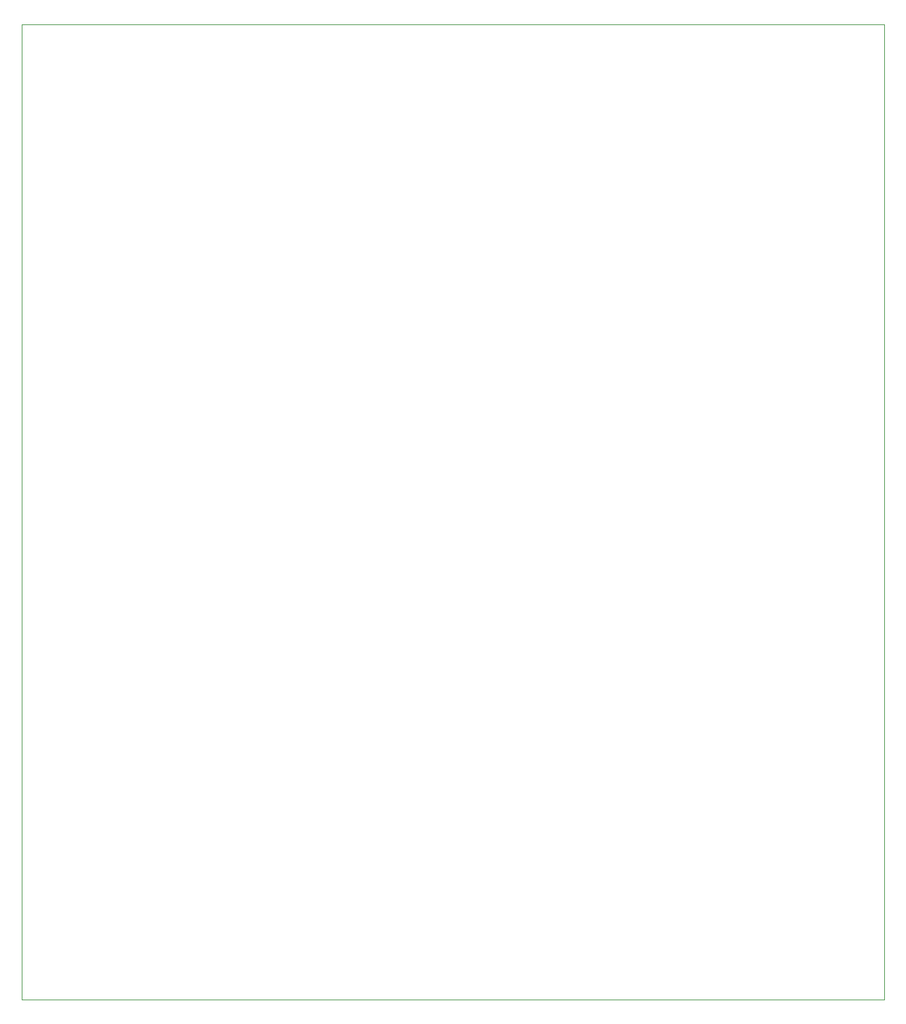
<source format=gbr>
G04 #@! TF.GenerationSoftware,KiCad,Pcbnew,(5.1.2-1)-1*
G04 #@! TF.CreationDate,2022-02-21T13:59:12-08:00*
G04 #@! TF.ProjectId,widaq-magis-ssr-v1b,77696461-712d-46d6-9167-69732d737372,rev?*
G04 #@! TF.SameCoordinates,Original*
G04 #@! TF.FileFunction,Profile,NP*
%FSLAX46Y46*%
G04 Gerber Fmt 4.6, Leading zero omitted, Abs format (unit mm)*
G04 Created by KiCad (PCBNEW (5.1.2-1)-1) date 2022-02-21 13:59:12*
%MOMM*%
%LPD*%
G04 APERTURE LIST*
%ADD10C,0.050000*%
G04 APERTURE END LIST*
D10*
X84670900Y-57368440D02*
X84670900Y-57426860D01*
X195397120Y-31000700D02*
X84670900Y-31000700D01*
X195397120Y-156095700D02*
X195397120Y-31000700D01*
X84670900Y-156095700D02*
X195397120Y-156095700D01*
X84670900Y-31000700D02*
X84670900Y-156095700D01*
M02*

</source>
